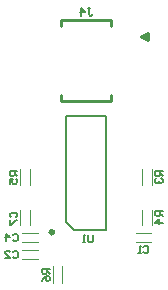
<source format=gbo>
G04*
G04 #@! TF.GenerationSoftware,Altium Limited,Altium Designer,23.0.1 (38)*
G04*
G04 Layer_Color=32896*
%FSLAX24Y24*%
%MOIN*%
G70*
G04*
G04 #@! TF.SameCoordinates,9BD69B8C-B535-481D-991D-221D870DF5CB*
G04*
G04*
G04 #@! TF.FilePolarity,Positive*
G04*
G01*
G75*
%ADD12C,0.0100*%
%ADD15C,0.0030*%
%ADD16C,0.0070*%
%ADD38C,0.0157*%
%ADD39C,0.0079*%
%ADD40C,0.0138*%
D12*
X2953Y11830D02*
X3773D01*
Y11630D02*
Y11830D01*
X2133Y11630D02*
Y11830D01*
X2953D01*
X2133Y9130D02*
Y9330D01*
Y9130D02*
X2953D01*
X3773D02*
Y9330D01*
X2953Y9130D02*
X3773D01*
D15*
X1838Y3067D02*
Y3337D01*
Y3607D01*
X2158Y3337D02*
Y3607D01*
Y3067D02*
Y3337D01*
X1098Y3850D02*
X1368D01*
X828D02*
X1098D01*
X828Y4170D02*
X1098D01*
X1368D01*
X4833Y6580D02*
Y6850D01*
Y6310D02*
Y6580D01*
X5153Y6310D02*
Y6580D01*
Y6850D01*
X763Y6580D02*
Y6850D01*
Y6310D02*
Y6580D01*
X1083Y6310D02*
Y6580D01*
Y6850D01*
X763Y5250D02*
Y5500D01*
Y5000D02*
Y5250D01*
X1083Y5000D02*
Y5250D01*
Y5500D01*
X1098Y4730D02*
X1368D01*
X828D02*
X1098D01*
X828Y4410D02*
X1098D01*
X1368D01*
X4613D02*
X4863D01*
X5113D01*
X4863Y4730D02*
X5113D01*
X4613D02*
X4863D01*
X4833Y5005D02*
Y5255D01*
Y5505D01*
X5153Y5255D02*
Y5505D01*
Y5005D02*
Y5255D01*
D16*
X1739Y3535D02*
X1489D01*
Y3410D01*
X1531Y3368D01*
X1614D01*
X1656Y3410D01*
Y3535D01*
Y3452D02*
X1739Y3368D01*
X1489Y3119D02*
X1531Y3202D01*
X1614Y3285D01*
X1697D01*
X1739Y3243D01*
Y3160D01*
X1697Y3119D01*
X1656D01*
X1614Y3160D01*
Y3285D01*
X504Y4089D02*
X546Y4131D01*
X629D01*
X671Y4089D01*
Y3923D01*
X629Y3881D01*
X546D01*
X504Y3923D01*
X254Y3881D02*
X421D01*
X254Y4048D01*
Y4089D01*
X296Y4131D01*
X379D01*
X421Y4089D01*
X504Y4660D02*
X546Y4702D01*
X629D01*
X671Y4660D01*
Y4493D01*
X629Y4452D01*
X546D01*
X504Y4493D01*
X296Y4452D02*
Y4702D01*
X421Y4577D01*
X254D01*
X448Y5239D02*
X407Y5280D01*
Y5363D01*
X448Y5405D01*
X615D01*
X656Y5363D01*
Y5280D01*
X615Y5239D01*
X407Y5155D02*
Y4989D01*
X448D01*
X615Y5155D01*
X656D01*
Y6783D02*
X407D01*
Y6658D01*
X448Y6616D01*
X531D01*
X573Y6658D01*
Y6783D01*
Y6700D02*
X656Y6616D01*
X407Y6367D02*
Y6533D01*
X531D01*
X490Y6450D01*
Y6408D01*
X531Y6367D01*
X615D01*
X656Y6408D01*
Y6492D01*
X615Y6533D01*
X5509Y6793D02*
X5259D01*
Y6668D01*
X5301Y6626D01*
X5384D01*
X5426Y6668D01*
Y6793D01*
Y6710D02*
X5509Y6626D01*
X5301Y6543D02*
X5259Y6501D01*
Y6418D01*
X5301Y6376D01*
X5342D01*
X5384Y6418D01*
Y6460D01*
Y6418D01*
X5426Y6376D01*
X5467D01*
X5509Y6418D01*
Y6501D01*
X5467Y6543D01*
X3180Y4659D02*
Y4451D01*
X3138Y4410D01*
X3055D01*
X3013Y4451D01*
Y4659D01*
X2930Y4410D02*
X2847D01*
X2888D01*
Y4659D01*
X2930Y4618D01*
X5512Y5443D02*
X5262D01*
Y5318D01*
X5304Y5276D01*
X5387D01*
X5429Y5318D01*
Y5443D01*
Y5360D02*
X5512Y5276D01*
Y5068D02*
X5262D01*
X5387Y5193D01*
Y5026D01*
X3003Y12218D02*
X3086D01*
X3044D01*
Y12010D01*
X3086Y11968D01*
X3128D01*
X3169Y12010D01*
X2794Y11968D02*
Y12218D01*
X2919Y12093D01*
X2753D01*
X4863Y4263D02*
X4905Y4305D01*
X4988D01*
X5030Y4263D01*
Y4097D01*
X4988Y4055D01*
X4905D01*
X4863Y4097D01*
X4780Y4055D02*
X4696D01*
X4738D01*
Y4305D01*
X4780Y4263D01*
D38*
X1848Y4751D02*
G03*
X1848Y4751I-39J0D01*
G01*
D39*
X2281Y8630D02*
X3619D01*
Y4810D02*
Y8630D01*
X2556Y4810D02*
X3619D01*
X2281Y5085D02*
Y8630D01*
Y5085D02*
X2556Y4810D01*
D40*
X5020Y11169D02*
Y11366D01*
X4823Y11267D02*
X5020Y11169D01*
X4823Y11267D02*
X5020Y11366D01*
M02*

</source>
